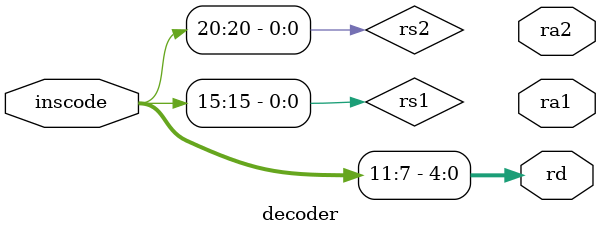
<source format=v>
module decoder(
    input [31:0] inscode,
    output [4:0] ra1,ra2,rd
);
    
    always @ (*) begin
        
        rs1 =   inscode[19:15];
        rs2 =   inscode[24:20];    
        rd  =   inscode[11:7] ;

    end



endmodule
</source>
